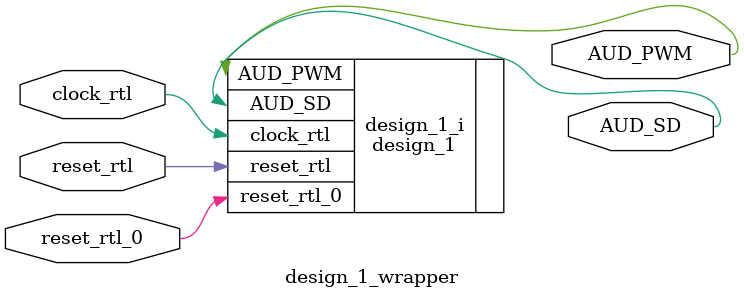
<source format=v>
`timescale 1 ps / 1 ps

module design_1_wrapper
   (AUD_PWM,
    AUD_SD,
    clock_rtl,
    reset_rtl,
    reset_rtl_0);
  output AUD_PWM;
  output AUD_SD;
  input clock_rtl;
  input reset_rtl;
  input reset_rtl_0;

  wire AUD_PWM;
  wire AUD_SD;
  wire clock_rtl;
  wire reset_rtl;
  wire reset_rtl_0;

  design_1 design_1_i
       (.AUD_PWM(AUD_PWM),
        .AUD_SD(AUD_SD),
        .clock_rtl(clock_rtl),
        .reset_rtl(reset_rtl),
        .reset_rtl_0(reset_rtl_0));
endmodule

</source>
